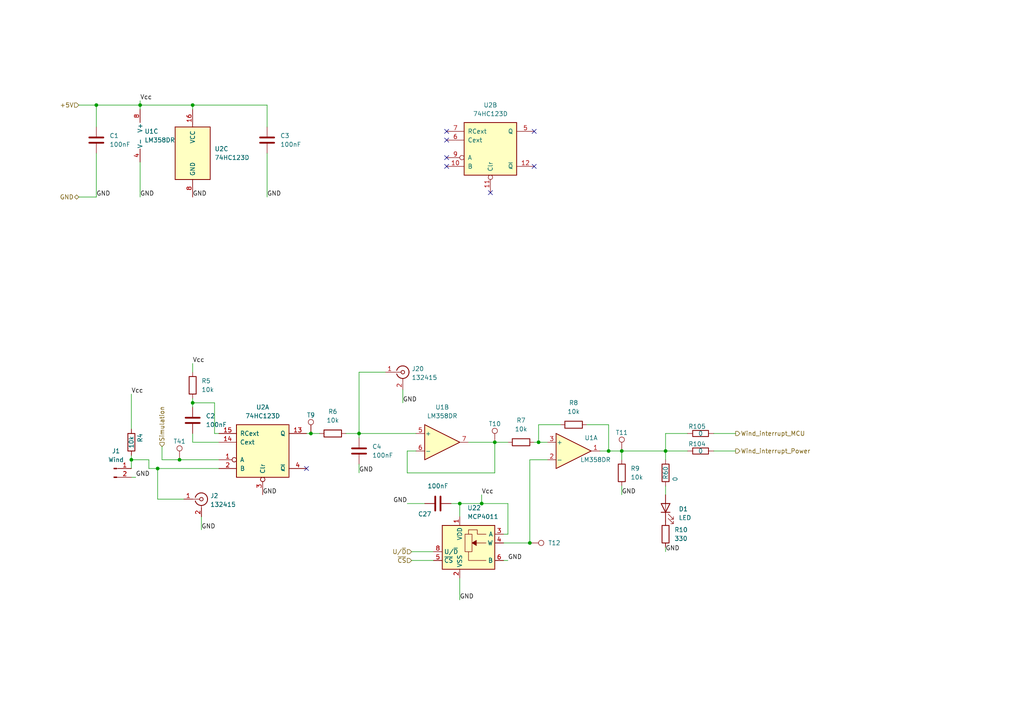
<source format=kicad_sch>
(kicad_sch (version 20231120) (generator "eeschema") (generator_version "8.0")
  (paper "A4")
  (title_block (title "Wind handler") (date "2024-04-17") (rev "1.0"))
  (lib_symbols
    (symbol "74xx:74HC123" (pin_names (offset 1.016))
      (property "Reference" "U" (at -7.62 8.89 0))
      (property "Value" "74HC123" (at -7.62 -8.89 0))
      (symbol "74HC123_1_0"
        (pin input inverted (at -12.7 -2.54 0) (length 5.08) (name "A") (number "1"))
        (pin output line (at 12.7 5.08 180) (length 5.08) (name "Q") (number "13"))
        (pin input line (at -12.7 2.54 0) (length 5.08) (name "Cext") (number "14"))
        (pin input line (at -12.7 5.08 0) (length 5.08) (name "RCext") (number "15"))
        (pin input line (at -12.7 -5.08 0) (length 5.08) (name "B") (number "2"))
        (pin input inverted (at 0 -12.7 90) (length 5.08) (name "Clr") (number "3"))
        (pin output line (at 12.7 -5.08 180) (length 5.08) (name "~{Q}") (number "4"))
      )
      (symbol "74HC123_1_1"
        (rectangle (start -7.62 7.62) (end 7.62 -7.62) (stroke (width 0.254)) (fill (type background)))
      )
      (symbol "74HC123_2_0"
        (pin input line (at -12.7 -5.08 0) (length 5.08) (name "B") (number "10"))
        (pin input inverted (at 0 -12.7 90) (length 5.08) (name "Clr") (number "11"))
        (pin output line (at 12.7 -5.08 180) (length 5.08) (name "~{Q}") (number "12"))
        (pin output line (at 12.7 5.08 180) (length 5.08) (name "Q") (number "5"))
        (pin input line (at -12.7 2.54 0) (length 5.08) (name "Cext") (number "6"))
        (pin input line (at -12.7 5.08 0) (length 5.08) (name "RCext") (number "7"))
        (pin input inverted (at -12.7 -2.54 0) (length 5.08) (name "A") (number "9"))
      )
      (symbol "74HC123_2_1"
        (rectangle (start -7.62 7.62) (end 7.62 -7.62) (stroke (width 0.254)) (fill (type background)))
      )
      (symbol "74HC123_3_0"
        (pin power_in line (at 0 12.7 270) (length 5.08) (name "VCC") (number "16"))
        (pin power_in line (at 0 -12.7 90) (length 5.08) (name "GND") (number "8"))
      )
      (symbol "74HC123_3_1"
        (rectangle (start -5.08 7.62) (end 5.08 -7.62) (stroke (width 0.254)) (fill (type background)))
      )
    )
    (symbol "Amplifier_Operational:LM358" (pin_names (offset 0.127))
      (property "Reference" "U" (at 0 5.08 0))
      (property "Value" "LM358" (at 0 -5.08 0))
      (symbol "LM358_1_1"
        (polyline (pts (xy -5.08 5.08) (xy 5.08 0) (xy -5.08 -5.08) (xy -5.08 5.08)) (stroke (width 0.254)) (fill (type background)))
        (pin output line (at 7.62 0 180) (length 2.54) (name "~") (number "1"))
        (pin input line (at -7.62 -2.54 0) (length 2.54) (name "-") (number "2"))
        (pin input line (at -7.62 2.54 0) (length 2.54) (name "+") (number "3"))
      )
      (symbol "LM358_2_1"
        (polyline (pts (xy -5.08 5.08) (xy 5.08 0) (xy -5.08 -5.08) (xy -5.08 5.08)) (stroke (width 0.254)) (fill (type background)))
        (pin input line (at -7.62 2.54 0) (length 2.54) (name "+") (number "5"))
        (pin input line (at -7.62 -2.54 0) (length 2.54) (name "-") (number "6"))
        (pin output line (at 7.62 0 180) (length 2.54) (name "~") (number "7"))
      )
      (symbol "LM358_3_1"
        (pin power_in line (at -2.54 -7.62 90) (length 3.81) (name "V-") (number "4"))
        (pin power_in line (at -2.54 7.62 270) (length 3.81) (name "V+") (number "8"))
      )
    )
    (symbol "Connector:Conn_01x02_Pin" (pin_names (offset 1.016) hide)
      (property "Reference" "J" (at 0 2.54 0))
      (property "Value" "Conn_01x02_Pin" (at 0 -5.08 0))
      (symbol "Conn_01x02_Pin_1_1"
        (polyline (pts (xy 1.27 -2.54) (xy 0.8636 -2.54)) (stroke (width 0.1524)))
        (polyline (pts (xy 1.27 0) (xy 0.8636 0)) (stroke (width 0.1524)))
        (rectangle (start 0.8636 -2.413) (end 0 -2.667) (stroke (width 0.1524)) (fill (type outline)))
        (rectangle (start 0.8636 0.127) (end 0 -0.127) (stroke (width 0.1524)) (fill (type outline)))
        (pin passive line (at 5.08 0 180) (length 3.81) (name "Pin_1") (number "1"))
        (pin passive line (at 5.08 -2.54 180) (length 3.81) (name "Pin_2") (number "2"))
      )
    )
    (symbol "Connector:Conn_Coaxial" (pin_names (offset 1.016) hide)
      (property "Reference" "J" (at 0.254 3.048 0))
      (property "Value" "Conn_Coaxial" (at 2.921 0 90))
      (symbol "Conn_Coaxial_0_1"
        (arc (start -1.778 -0.508) (mid 0.2311 -1.8066) (end 1.778 0) (stroke (width 0.254)))
        (polyline (pts (xy -2.54 0) (xy -0.508 0)))
        (polyline (pts (xy 0 -2.54) (xy 0 -1.778)))
        (circle (center 0 0) (radius 0.508) (stroke (width 0.2032)))
        (arc (start 1.778 0) (mid 0.2099 1.8101) (end -1.778 0.508) (stroke (width 0.254)))
      )
      (symbol "Conn_Coaxial_1_1"
        (pin passive line (at -5.08 0 0) (length 2.54) (name "In") (number "1"))
        (pin passive line (at 0 -5.08 90) (length 2.54) (name "Ext") (number "2"))
      )
    )
    (symbol "Connector:TestPoint" (pin_numbers hide) (pin_names (offset 0.762) hide)
      (property "Reference" "TP" (at 0 6.858 0))
      (property "Value" "TestPoint" (at 0 5.08 0))
      (symbol "TestPoint_0_1"
        (circle (center 0 3.302) (radius 0.762))
      )
      (symbol "TestPoint_1_1"
        (pin passive line (at 0 0 90) (length 2.54) (name "1") (number "1"))
      )
    )
    (symbol "Device:C" (pin_numbers hide) (pin_names (offset 0.254))
      (property "Reference" "C" (at 0.635 2.54 0))
      (property "Value" "C" (at 0.635 -2.54 0))
      (symbol "C_0_1"
        (polyline (pts (xy -2.032 -0.762) (xy 2.032 -0.762)) (stroke (width 0.508)))
        (polyline (pts (xy -2.032 0.762) (xy 2.032 0.762)) (stroke (width 0.508)))
      )
      (symbol "C_1_1"
        (pin passive line (at 0 3.81 270) (length 2.794) (name "~") (number "1"))
        (pin passive line (at 0 -3.81 90) (length 2.794) (name "~") (number "2"))
      )
    )
    (symbol "Device:LED" (pin_numbers hide) (pin_names (offset 1.016) hide)
      (property "Reference" "D" (at 0 2.54 0))
      (property "Value" "LED" (at 0 -2.54 0))
      (symbol "LED_0_1"
        (polyline (pts (xy -1.27 -1.27) (xy -1.27 1.27)) (stroke (width 0.254)))
        (polyline (pts (xy -1.27 0) (xy 1.27 0)))
        (polyline (pts (xy 1.27 -1.27) (xy 1.27 1.27) (xy -1.27 0) (xy 1.27 -1.27)) (stroke (width 0.254)))
        (polyline (pts (xy -3.048 -0.762) (xy -4.572 -2.286) (xy -3.81 -2.286) (xy -4.572 -2.286) (xy -4.572 -1.524)))
        (polyline (pts (xy -1.778 -0.762) (xy -3.302 -2.286) (xy -2.54 -2.286) (xy -3.302 -2.286) (xy -3.302 -1.524)))
      )
      (symbol "LED_1_1"
        (pin passive line (at -3.81 0 0) (length 2.54) (name "K") (number "1"))
        (pin passive line (at 3.81 0 180) (length 2.54) (name "A") (number "2"))
      )
    )
    (symbol "Device:R" (pin_numbers hide) (pin_names (offset 0))
      (property "Reference" "R" (at 2.032 0 90))
      (property "Value" "R" (at 0 0 90))
      (symbol "R_0_1"
        (rectangle (start -1.016 -2.54) (end 1.016 2.54) (stroke (width 0.254)))
      )
      (symbol "R_1_1"
        (pin passive line (at 0 3.81 270) (length 1.27) (name "~") (number "1"))
        (pin passive line (at 0 -3.81 90) (length 1.27) (name "~") (number "2"))
      )
    )
    (symbol "PCM_SL_Devices:Resistor_0.5W"
      (property "Reference" "R" (at 0 5.08 0))
      (property "Value" "Resistor_0.5W" (at 0 2.54 0))
      (symbol "Resistor_0.5W_0_1"
        (rectangle (start -2.286 0.889) (end 2.286 -0.889) (stroke (width 0.24)))
      )
      (symbol "Resistor_0.5W_1_1"
        (pin passive line (at -3.81 0 0) (length 1.5) (name "") (number "1"))
        (pin passive line (at 3.81 0 180) (length 1.5) (name "~") (number "2"))
      )
    )
    (symbol "Potentiometer_Digital:MCP4011-xxxxSN"
      (property "Reference" "U" (at -7.62 8.89 0))
      (property "Value" "MCP4011-xxxxSN" (at 1.27 8.89 0))
      (symbol "MCP4011-xxxxSN_0_1"
        (polyline (pts (xy 0 0) (xy 0 -2.54) (xy 5.08 -2.54)))
        (polyline (pts (xy 5.08 2.54) (xy 3.81 2.54) (xy 1.27 2.54)))
        (polyline (pts (xy 5.08 5.08) (xy 2.54 5.08) (xy 2.54 6.35) (xy 0 6.35) (xy 0 5.08)))
      )
      (symbol "MCP4011-xxxxSN_1_1"
        (rectangle (start -7.62 7.62) (end 7.62 -5.08) (stroke (width 0.254)) (fill (type background)))
        (polyline (pts (xy 2.286 1.778) (xy 2.286 3.302) (xy 1.016 2.54) (xy 2.286 1.778)) (fill (type outline)))
        (rectangle (start 1.016 0) (end -1.016 5.08))
        (pin power_in line (at -2.54 10.16 270) (length 2.54) (name "VDD") (number "1"))
        (pin power_in line (at -2.54 -7.62 90) (length 2.54) (name "VSS") (number "2"))
        (pin passive line (at 10.16 5.08 180) (length 2.54) (name "A") (number "3"))
        (pin passive line (at 10.16 2.54 180) (length 2.54) (name "W") (number "4"))
        (pin input line (at -10.16 -2.54 0) (length 2.54) (name "~{CS}") (number "5"))
        (pin passive line (at 10.16 -2.54 180) (length 2.54) (name "B") (number "6"))
        (pin no_connect line (at -7.62 5.08 0) (length 2.54) hide (name "NC") (number "7"))
        (pin input line (at -10.16 0 0) (length 2.54) (name "U/~{D}") (number "8"))
      )
    )
  )
  (junction (at 156.21 128.27))
  (junction (at 55.88 30.48))
  (junction (at 133.35 146.05))
  (junction (at 180.34 130.81))
  (junction (at 55.88 116.84))
  (junction (at 104.14 125.73))
  (junction (at 193.04 130.81))
  (junction (at 90.17 125.73))
  (junction (at 38.1 133.35))
  (junction (at 40.64 30.48))
  (junction (at 52.07 133.35))
  (junction (at 153.67 157.48))
  (junction (at 27.94 30.48))
  (junction (at 176.53 130.81))
  (junction (at 143.51 128.27))
  (junction (at 139.7 146.05))
  (junction (at 45.72 135.89))
  (no_connect (at 129.54 38.1))
  (no_connect (at 142.24 55.88))
  (no_connect (at 154.94 48.26))
  (no_connect (at 154.94 38.1))
  (no_connect (at 129.54 40.64))
  (no_connect (at 129.54 48.26))
  (no_connect (at 88.9 135.89))
  (no_connect (at 129.54 45.72))
  (wire (pts (xy 193.04 125.73) (xy 193.04 130.81)))
  (wire (pts (xy 146.05 162.56) (xy 147.32 162.56)))
  (wire (pts (xy 143.51 128.27) (xy 147.32 128.27)))
  (wire (pts (xy 133.35 146.05) (xy 139.7 146.05)))
  (wire (pts (xy 130.81 146.05) (xy 133.35 146.05)))
  (wire (pts (xy 104.14 107.95) (xy 104.14 125.73)))
  (wire (pts (xy 147.32 154.94) (xy 147.32 146.05)))
  (wire (pts (xy 176.53 123.19) (xy 176.53 130.81)))
  (wire (pts (xy 104.14 125.73) (xy 120.65 125.73)))
  (wire (pts (xy 104.14 125.73) (xy 104.14 127)))
  (wire (pts (xy 120.65 130.81) (xy 118.11 130.81)))
  (wire (pts (xy 162.56 123.19) (xy 156.21 123.19)))
  (wire (pts (xy 116.84 113.03) (xy 116.84 116.84)))
  (wire (pts (xy 55.88 31.75) (xy 55.88 30.48)))
  (wire (pts (xy 146.05 154.94) (xy 147.32 154.94)))
  (wire (pts (xy 119.38 160.02) (xy 125.73 160.02)))
  (wire (pts (xy 193.04 158.75) (xy 193.04 160.02)))
  (wire (pts (xy 193.04 140.97) (xy 193.04 143.51)))
  (wire (pts (xy 40.64 30.48) (xy 55.88 30.48)))
  (wire (pts (xy 143.51 137.16) (xy 143.51 128.27)))
  (wire (pts (xy 118.11 130.81) (xy 118.11 137.16)))
  (wire (pts (xy 153.67 133.35) (xy 158.75 133.35)))
  (wire (pts (xy 111.76 107.95) (xy 104.14 107.95)))
  (wire (pts (xy 38.1 133.35) (xy 43.18 133.35)))
  (wire (pts (xy 180.34 133.35) (xy 180.34 130.81)))
  (wire (pts (xy 88.9 125.73) (xy 90.17 125.73)))
  (wire (pts (xy 27.94 44.45) (xy 27.94 57.15)))
  (wire (pts (xy 207.01 130.81) (xy 213.36 130.81)))
  (wire (pts (xy 55.88 105.41) (xy 55.88 107.95)))
  (wire (pts (xy 146.05 157.48) (xy 153.67 157.48)))
  (wire (pts (xy 38.1 133.35) (xy 38.1 135.89)))
  (wire (pts (xy 147.32 146.05) (xy 139.7 146.05)))
  (wire (pts (xy 55.88 115.57) (xy 55.88 116.84)))
  (wire (pts (xy 133.35 149.86) (xy 133.35 146.05)))
  (wire (pts (xy 156.21 123.19) (xy 156.21 128.27)))
  (wire (pts (xy 77.47 44.45) (xy 77.47 57.15)))
  (wire (pts (xy 180.34 130.81) (xy 193.04 130.81)))
  (wire (pts (xy 38.1 132.08) (xy 38.1 133.35)))
  (wire (pts (xy 207.01 125.73) (xy 213.36 125.73)))
  (wire (pts (xy 143.51 128.27) (xy 135.89 128.27)))
  (wire (pts (xy 62.23 125.73) (xy 62.23 116.84)))
  (wire (pts (xy 22.86 57.15) (xy 27.94 57.15)))
  (wire (pts (xy 170.18 123.19) (xy 176.53 123.19)))
  (wire (pts (xy 55.88 116.84) (xy 62.23 116.84)))
  (wire (pts (xy 119.38 162.56) (xy 125.73 162.56)))
  (wire (pts (xy 173.99 130.81) (xy 176.53 130.81)))
  (wire (pts (xy 133.35 167.64) (xy 133.35 173.99)))
  (wire (pts (xy 38.1 138.43) (xy 39.37 138.43)))
  (wire (pts (xy 153.67 157.48) (xy 153.67 133.35)))
  (wire (pts (xy 118.11 137.16) (xy 143.51 137.16)))
  (wire (pts (xy 104.14 134.62) (xy 104.14 137.16)))
  (wire (pts (xy 40.64 30.48) (xy 40.64 31.75)))
  (wire (pts (xy 199.39 125.73) (xy 193.04 125.73)))
  (wire (pts (xy 58.42 149.86) (xy 58.42 153.67)))
  (wire (pts (xy 52.07 133.35) (xy 63.5 133.35)))
  (wire (pts (xy 46.99 129.54) (xy 46.99 133.35)))
  (wire (pts (xy 100.33 125.73) (xy 104.14 125.73)))
  (wire (pts (xy 90.17 125.73) (xy 92.71 125.73)))
  (wire (pts (xy 45.72 135.89) (xy 45.72 144.78)))
  (wire (pts (xy 55.88 30.48) (xy 77.47 30.48)))
  (wire (pts (xy 118.11 146.05) (xy 123.19 146.05)))
  (wire (pts (xy 53.34 144.78) (xy 45.72 144.78)))
  (wire (pts (xy 55.88 125.73) (xy 55.88 128.27)))
  (wire (pts (xy 63.5 128.27) (xy 55.88 128.27)))
  (wire (pts (xy 193.04 130.81) (xy 193.04 133.35)))
  (wire (pts (xy 139.7 146.05) (xy 139.7 143.51)))
  (wire (pts (xy 180.34 140.97) (xy 180.34 143.51)))
  (wire (pts (xy 55.88 116.84) (xy 55.88 118.11)))
  (wire (pts (xy 156.21 128.27) (xy 158.75 128.27)))
  (wire (pts (xy 43.18 135.89) (xy 43.18 133.35)))
  (wire (pts (xy 40.64 29.21) (xy 40.64 30.48)))
  (wire (pts (xy 22.86 30.48) (xy 27.94 30.48)))
  (wire (pts (xy 27.94 30.48) (xy 27.94 36.83)))
  (wire (pts (xy 77.47 36.83) (xy 77.47 30.48)))
  (wire (pts (xy 154.94 128.27) (xy 156.21 128.27)))
  (wire (pts (xy 176.53 130.81) (xy 180.34 130.81)))
  (wire (pts (xy 63.5 125.73) (xy 62.23 125.73)))
  (wire (pts (xy 193.04 130.81) (xy 199.39 130.81)))
  (wire (pts (xy 63.5 135.89) (xy 45.72 135.89)))
  (wire (pts (xy 45.72 135.89) (xy 43.18 135.89)))
  (wire (pts (xy 27.94 30.48) (xy 40.64 30.48)))
  (wire (pts (xy 46.99 133.35) (xy 52.07 133.35)))
  (wire (pts (xy 40.64 46.99) (xy 40.64 57.15)))
  (wire (pts (xy 38.1 114.3) (xy 38.1 124.46)))
  (label "GND" (at 147.32 162.56 0))
  (label "GND" (at 180.34 143.51 0))
  (label "GND" (at 27.94 57.15 0))
  (label "GND" (at 104.14 137.16 0))
  (label "GND" (at 55.88 57.15 0))
  (label "GND" (at 116.84 116.84 0))
  (label "GND" (at 133.35 173.99 0))
  (label "GND" (at 58.42 153.67 0))
  (label "Vcc" (at 55.88 105.41 0))
  (label "GND" (at 77.47 57.15 0))
  (label "GND" (at 76.2 143.51 0))
  (label "GND" (at 193.04 160.02 0))
  (label "Vcc" (at 40.64 29.21 0))
  (label "GND" (at 118.11 146.05 180))
  (label "GND" (at 39.37 138.43 0))
  (label "GND" (at 40.64 57.15 0))
  (label "Vcc" (at 139.7 143.51 0))
  (label "Vcc" (at 38.1 114.3 0))
  (hierarchical_label "Wind_interrupt_Power" (shape output) (at 213.36 130.81 0))
  (hierarchical_label "U{slash}~{D}" (shape input) (at 119.38 160.02 180))
  (hierarchical_label "GND" (shape bidirectional) (at 22.86 57.15 180))
  (hierarchical_label "Simulation" (shape input) (at 46.99 129.54 90))
  (hierarchical_label "+5V" (shape input) (at 22.86 30.48 180))
  (hierarchical_label "Wind_interrupt_MCU" (shape output) (at 213.36 125.73 0))
  (hierarchical_label "~{CS}" (shape input) (at 119.38 162.56 180))
  (symbol (lib_id "PCM_SL_Devices:Resistor_0.5W") (at 203.2 130.81 0) (unit 1)
    (property "Reference" "R104" (at 202.184 128.778 0))
    (property "Value" "0" (at 203.2 130.81 0))
    (property "Footprint" "Resistor_SMD:R_0603_1608Metric" (effects (hide yes)))
  )
  (symbol (lib_id "74xx:74HC123") (at 55.88 44.45 0) (unit 3)
    (property "Reference" "U2" (at 62.23 43.1799 0) (effects (justify left)))
    (property "Value" "74HC123D" (at 62.23 45.7199 0) (effects (justify left)))
    (property "Footprint" "Package_SO:SOIC-16W_5.3x10.2mm_P1.27mm" (effects (hide yes)))
    (property "Datasheet" "https://assets.nexperia.com/documents/data-sheet/74HC_HCT123.pdf" (effects (hide yes)))
    (property "Description" "Dual retriggerable monostable multivibrator" (effects (hide yes)))
  )
  (symbol (lib_id "Device:LED") (at 193.04 147.32 90) (unit 1)
    (property "Reference" "D1" (at 196.85 147.6375 90) (effects (justify right)))
    (property "Value" "LED" (at 196.85 150.1775 90) (effects (justify right)))
    (property "Footprint" "LED_SMD:LED_0603_1608Metric" (effects (hide yes)))
  )
  (symbol (lib_id "74xx:74HC123") (at 76.2 130.81 0) (unit 1)
    (property "Reference" "U2" (at 76.2 118.11 0))
    (property "Value" "74HC123D" (at 76.2 120.65 0))
    (property "Footprint" "Package_SO:SOIC-16W_5.3x10.2mm_P1.27mm" (effects (hide yes)))
    (property "Datasheet" "https://assets.nexperia.com/documents/data-sheet/74HC_HCT123.pdf" (effects (hide yes)))
    (property "Description" "Dual retriggerable monostable multivibrator" (effects (hide yes)))
  )
  (symbol (lib_id "Connector:TestPoint") (at 90.17 125.73 0) (unit 1)
    (property "Reference" "T9" (at 90.17 120.396 0))
    (property "Value" "TP" (effects (hide yes)))
    (property "Footprint" "TestPoint:TestPoint_Pad_D1.0mm" (effects (hide yes)))
    (property "Description" "test point" (effects (hide yes)))
  )
  (symbol (lib_id "Device:R") (at 96.52 125.73 90) (unit 1)
    (property "Reference" "R6" (at 96.52 119.38 90))
    (property "Value" "10k" (at 96.52 121.92 90))
    (property "Footprint" "Resistor_SMD:R_0603_1608Metric" (effects (hide yes)))
  )
  (symbol (lib_id "Amplifier_Operational:LM358") (at 166.37 130.81 0) (unit 1)
    (property "Reference" "U1" (at 171.45 127 0))
    (property "Value" "LM358DR" (at 172.72 133.35 0))
    (property "Footprint" "Package_SO:TSSOP-8_4.4x3mm_P0.65mm" (effects (hide yes)))
    (property "Datasheet" "http://www.ti.com/lit/ds/symlink/lm2904-n.pdf" (effects (hide yes)))
  )
  (symbol (lib_id "Connector:TestPoint") (at 153.67 157.48 270) (unit 1)
    (property "Reference" "T12" (at 160.782 157.48 90))
    (property "Value" "TP" (effects (hide yes)))
    (property "Footprint" "TestPoint:TestPoint_Pad_D1.0mm" (effects (hide yes)))
    (property "Description" "test point" (effects (hide yes)))
  )
  (symbol (lib_id "Device:C") (at 55.88 121.92 0) (unit 1)
    (property "Reference" "C2" (at 59.69 120.65 0) (effects (justify left)))
    (property "Value" "100nF" (at 59.69 123.19 0) (effects (justify left)))
    (property "Footprint" "Capacitor_SMD:C_0603_1608Metric" (effects (hide yes)))
  )
  (symbol (lib_id "Device:C") (at 77.47 40.64 0) (unit 1)
    (property "Reference" "C3" (at 81.28 39.37 0) (effects (justify left)))
    (property "Value" "100nF" (at 81.28 41.91 0) (effects (justify left)))
    (property "Footprint" "Capacitor_SMD:C_0603_1608Metric" (effects (hide yes)))
  )
  (symbol (lib_id "Connector:Conn_Coaxial") (at 58.42 144.78 0) (unit 1)
    (property "Reference" "J2" (at 60.96 143.8031 0) (effects (justify left)))
    (property "Value" "132415" (at 60.96 146.3431 0) (effects (justify left)))
    (property "Footprint" "Connector_Coaxial:SMA_Molex_73251-1153_EdgeMount_Horizontal" (effects (hide yes)))
    (property "Datasheet" " ~" (effects (hide yes)))
    (property "Description" "coaxial connector (BNC, SMA, SMB, SMC, Cinch/RCA, LEMO, ...)" (effects (hide yes)))
  )
  (symbol (lib_id "Device:R") (at 166.37 123.19 90) (unit 1)
    (property "Reference" "R8" (at 166.37 116.84 90))
    (property "Value" "10k" (at 166.37 119.38 90))
    (property "Footprint" "Resistor_SMD:R_0603_1608Metric" (effects (hide yes)))
  )
  (symbol (lib_id "Device:R") (at 193.04 137.16 180) (unit 1)
    (property "Reference" "R60" (at 193.04 137.16 90))
    (property "Value" "0" (at 195.834 138.938 90))
    (property "Footprint" "Resistor_SMD:R_0603_1608Metric" (effects (hide yes)))
  )
  (symbol (lib_id "Device:R") (at 193.04 154.94 0) (unit 1)
    (property "Reference" "R10" (at 195.58 153.6699 0) (effects (justify left)))
    (property "Value" "330" (at 195.58 156.2099 0) (effects (justify left)))
    (property "Footprint" "Resistor_SMD:R_0603_1608Metric" (effects (hide yes)))
  )
  (symbol (lib_id "Device:C") (at 27.94 40.64 0) (unit 1)
    (property "Reference" "C1" (at 31.75 39.37 0) (effects (justify left)))
    (property "Value" "100nF" (at 31.75 41.91 0) (effects (justify left)))
    (property "Footprint" "Capacitor_SMD:C_0603_1608Metric" (effects (hide yes)))
  )
  (symbol (lib_id "Device:R") (at 180.34 137.16 180) (unit 1)
    (property "Reference" "R9" (at 182.88 135.8899 0) (effects (justify right)))
    (property "Value" "10k" (at 182.88 138.4299 0) (effects (justify right)))
    (property "Footprint" "Resistor_SMD:R_0603_1608Metric" (effects (hide yes)))
  )
  (symbol (lib_id "Device:R") (at 55.88 111.76 0) (unit 1)
    (property "Reference" "R5" (at 58.42 110.4899 0) (effects (justify left)))
    (property "Value" "10k" (at 58.42 113.0299 0) (effects (justify left)))
    (property "Footprint" "Resistor_SMD:R_0603_1608Metric" (effects (hide yes)))
  )
  (symbol (lib_id "Device:C") (at 104.14 130.81 0) (unit 1)
    (property "Reference" "C4" (at 107.95 129.54 0) (effects (justify left)))
    (property "Value" "100nF" (at 107.95 132.08 0) (effects (justify left)))
    (property "Footprint" "Capacitor_SMD:C_0603_1608Metric" (effects (hide yes)))
  )
  (symbol (lib_id "Connector:TestPoint") (at 180.34 130.81 0) (unit 1)
    (property "Reference" "T11" (at 180.34 125.476 0))
    (property "Value" "TP" (effects (hide yes)))
    (property "Footprint" "TestPoint:TestPoint_Pad_D1.0mm" (effects (hide yes)))
    (property "Description" "test point" (effects (hide yes)))
  )
  (symbol (lib_id "Connector:Conn_Coaxial") (at 116.84 107.95 0) (unit 1)
    (property "Reference" "J20" (at 119.38 106.9731 0) (effects (justify left)))
    (property "Value" "132415" (at 119.38 109.5131 0) (effects (justify left)))
    (property "Footprint" "Connector_Coaxial:SMA_Molex_73251-1153_EdgeMount_Horizontal" (effects (hide yes)))
    (property "Datasheet" " ~" (effects (hide yes)))
    (property "Description" "coaxial connector (BNC, SMA, SMB, SMC, Cinch/RCA, LEMO, ...)" (effects (hide yes)))
  )
  (symbol (lib_id "PCM_SL_Devices:Resistor_0.5W") (at 203.2 125.73 0) (unit 1)
    (property "Reference" "R105" (at 202.184 123.698 0))
    (property "Value" "0" (at 203.2 125.73 0))
    (property "Footprint" "Resistor_SMD:R_0603_1608Metric" (effects (hide yes)))
  )
  (symbol (lib_id "Amplifier_Operational:LM358") (at 128.27 128.27 0) (unit 2)
    (property "Reference" "U1" (at 128.27 118.11 0))
    (property "Value" "LM358DR" (at 128.27 120.65 0))
    (property "Footprint" "Package_SO:TSSOP-8_4.4x3mm_P0.65mm" (effects (hide yes)))
    (property "Datasheet" "http://www.ti.com/lit/ds/symlink/lm2904-n.pdf" (effects (hide yes)))
    (property "Description" "Low-Power, Dual Operational Amplifiers, DIP-8/SOIC-8/TO-99-8" (effects (hide yes)))
  )
  (symbol (lib_id "Connector:Conn_01x02_Pin") (at 33.02 135.89 0) (unit 1)
    (property "Reference" "J1" (at 33.655 130.81 0))
    (property "Value" "Wind" (at 33.655 133.35 0))
    (property "Footprint" "TerminalBlock_Phoenix:TerminalBlock_Phoenix_MPT-0,5-2-2.54_1x02_P2.54mm_Horizontal" (effects (hide yes)))
  )
  (symbol (lib_id "Device:R") (at 151.13 128.27 90) (unit 1)
    (property "Reference" "R7" (at 151.13 121.92 90))
    (property "Value" "10k" (at 151.13 124.46 90))
    (property "Footprint" "Resistor_SMD:R_0603_1608Metric" (effects (hide yes)))
  )
  (symbol (lib_id "Potentiometer_Digital:MCP4011-xxxxSN") (at 135.89 160.02 0) (unit 1)
    (property "Reference" "U22" (at 135.5441 147.32 0) (effects (justify left)))
    (property "Value" "MCP4011" (at 135.5441 149.86 0) (effects (justify left)))
    (property "Footprint" "Package_SO:SOIC-8_3.9x4.9mm_P1.27mm" (effects (hide yes)))
    (property "Datasheet" "http://ww1.microchip.com/downloads/en/DeviceDoc/21978c.pdf, SOIC-8" (effects (hide yes)))
    (property "Description" "Low-Cost 64-Step Volatile Digital Potentiometer" (effects (hide yes)))
  )
  (symbol (lib_id "Device:R") (at 38.1 128.27 0) (unit 1)
    (property "Reference" "R4" (at 40.64 127 90))
    (property "Value" "10k" (at 38.1 128.27 90))
    (property "Footprint" "Resistor_SMD:R_0603_1608Metric" (effects (hide yes)))
  )
  (symbol (lib_id "Connector:TestPoint") (at 143.51 128.27 0) (unit 1)
    (property "Reference" "T10" (at 143.51 122.936 0))
    (property "Value" "TP" (effects (hide yes)))
    (property "Footprint" "TestPoint:TestPoint_Pad_D1.0mm" (effects (hide yes)))
    (property "Description" "test point" (effects (hide yes)))
  )
  (symbol (lib_id "Device:C") (at 127 146.05 90) (unit 1)
    (property "Reference" "C27" (at 123.19 149.098 90))
    (property "Value" "100nF" (at 127 140.97 90))
    (property "Footprint" "Capacitor_SMD:C_0603_1608Metric" (effects (hide yes)))
  )
  (symbol (lib_id "Connector:TestPoint") (at 52.07 133.35 0) (unit 1)
    (property "Reference" "T41" (at 52.07 128.016 0))
    (property "Value" "TP" (effects (hide yes)))
    (property "Footprint" "TestPoint:TestPoint_Pad_D1.0mm" (effects (hide yes)))
    (property "Description" "test point" (effects (hide yes)))
  )
  (symbol (lib_id "Amplifier_Operational:LM358") (at 43.18 39.37 0) (unit 3)
    (property "Reference" "U1" (at 41.91 38.0999 0) (effects (justify left)))
    (property "Value" "LM358DR" (at 41.91 40.6399 0) (effects (justify left)))
    (property "Footprint" "Package_SO:TSSOP-8_4.4x3mm_P0.65mm" (effects (hide yes)))
    (property "Datasheet" "http://www.ti.com/lit/ds/symlink/lm2904-n.pdf" (effects (hide yes)))
  )
  (symbol (lib_id "74xx:74HC123") (at 142.24 43.18 0) (unit 2)
    (property "Reference" "U2" (at 142.24 30.48 0))
    (property "Value" "74HC123D" (at 142.24 33.02 0))
    (property "Footprint" "Package_SO:SOIC-16W_5.3x10.2mm_P1.27mm" (effects (hide yes)))
    (property "Datasheet" "https://assets.nexperia.com/documents/data-sheet/74HC_HCT123.pdf" (effects (hide yes)))
    (property "Description" "Dual retriggerable monostable multivibrator" (effects (hide yes)))
  )
)
</source>
